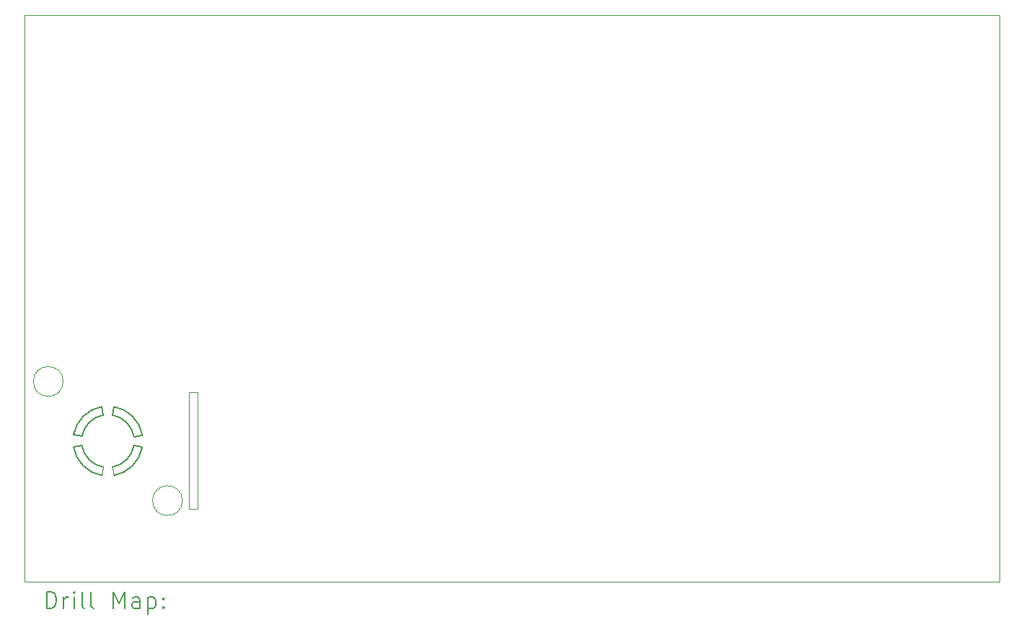
<source format=gbr>
%TF.GenerationSoftware,KiCad,Pcbnew,8.0.5-8.0.5-0~ubuntu24.04.1*%
%TF.CreationDate,2024-09-09T00:23:04+02:00*%
%TF.ProjectId,xMultislope-1v0,784d756c-7469-4736-9c6f-70652d317630,rev?*%
%TF.SameCoordinates,Original*%
%TF.FileFunction,Drillmap*%
%TF.FilePolarity,Positive*%
%FSLAX45Y45*%
G04 Gerber Fmt 4.5, Leading zero omitted, Abs format (unit mm)*
G04 Created by KiCad (PCBNEW 8.0.5-8.0.5-0~ubuntu24.04.1) date 2024-09-09 00:23:04*
%MOMM*%
%LPD*%
G01*
G04 APERTURE LIST*
%ADD10C,0.100000*%
%ADD11C,0.200000*%
G04 APERTURE END LIST*
D10*
X10756974Y-10308888D02*
X10739189Y-10407516D01*
D11*
X10739189Y-10407516D02*
G75*
G02*
X10407983Y-10074587I72761J403596D01*
G01*
X10408346Y-9931104D02*
G75*
G02*
X10741275Y-9599895I403624J-72786D01*
G01*
X10866974Y-9698888D02*
G75*
G02*
X11117252Y-9950465I-55004J-305002D01*
G01*
X11116974Y-10058888D02*
X11215601Y-10076673D01*
D10*
X10286961Y-9303896D02*
G75*
G02*
X9936961Y-9303896I-175000J0D01*
G01*
X9936961Y-9303896D02*
G75*
G02*
X10286961Y-9303896I175000J0D01*
G01*
D11*
X10506694Y-10057312D02*
X10407976Y-10074588D01*
X10506974Y-9948888D02*
X10408346Y-9931104D01*
X10884758Y-9600261D02*
G75*
G02*
X11215970Y-9933189I-72778J-403619D01*
G01*
D10*
X9836961Y-5002996D02*
X21276961Y-5002996D01*
X21276961Y-11653896D01*
X9836961Y-11653896D01*
X9836961Y-5002996D01*
X10865398Y-10309168D02*
X10882673Y-10407886D01*
D11*
X10866974Y-9698888D02*
X10884758Y-9600261D01*
D10*
X11686961Y-10703896D02*
G75*
G02*
X11336961Y-10703896I-175000J0D01*
G01*
X11336961Y-10703896D02*
G75*
G02*
X11686961Y-10703896I175000J0D01*
G01*
D11*
X10758550Y-9698608D02*
X10741274Y-9599891D01*
X11117254Y-9950464D02*
X11215971Y-9933189D01*
D10*
X11761961Y-9428896D02*
X11861961Y-9428896D01*
X11861961Y-10803896D01*
X11761961Y-10803896D01*
X11761961Y-9428896D01*
D11*
X11116974Y-10058888D02*
G75*
G02*
X10865398Y-10309173I-305004J54998D01*
G01*
X11215601Y-10076673D02*
G75*
G02*
X10882674Y-10407890I-403631J72783D01*
G01*
X10756974Y-10308888D02*
G75*
G02*
X10506692Y-10057313I54996J304998D01*
G01*
X10506974Y-9948888D02*
G75*
G02*
X10758550Y-9698613I304996J-55002D01*
G01*
X10092738Y-11970380D02*
X10092738Y-11770380D01*
X10092738Y-11770380D02*
X10140357Y-11770380D01*
X10140357Y-11770380D02*
X10168929Y-11779904D01*
X10168929Y-11779904D02*
X10187976Y-11798951D01*
X10187976Y-11798951D02*
X10197500Y-11817999D01*
X10197500Y-11817999D02*
X10207024Y-11856094D01*
X10207024Y-11856094D02*
X10207024Y-11884666D01*
X10207024Y-11884666D02*
X10197500Y-11922761D01*
X10197500Y-11922761D02*
X10187976Y-11941808D01*
X10187976Y-11941808D02*
X10168929Y-11960856D01*
X10168929Y-11960856D02*
X10140357Y-11970380D01*
X10140357Y-11970380D02*
X10092738Y-11970380D01*
X10292738Y-11970380D02*
X10292738Y-11837046D01*
X10292738Y-11875142D02*
X10302262Y-11856094D01*
X10302262Y-11856094D02*
X10311786Y-11846570D01*
X10311786Y-11846570D02*
X10330833Y-11837046D01*
X10330833Y-11837046D02*
X10349881Y-11837046D01*
X10416548Y-11970380D02*
X10416548Y-11837046D01*
X10416548Y-11770380D02*
X10407024Y-11779904D01*
X10407024Y-11779904D02*
X10416548Y-11789427D01*
X10416548Y-11789427D02*
X10426072Y-11779904D01*
X10426072Y-11779904D02*
X10416548Y-11770380D01*
X10416548Y-11770380D02*
X10416548Y-11789427D01*
X10540357Y-11970380D02*
X10521310Y-11960856D01*
X10521310Y-11960856D02*
X10511786Y-11941808D01*
X10511786Y-11941808D02*
X10511786Y-11770380D01*
X10645119Y-11970380D02*
X10626072Y-11960856D01*
X10626072Y-11960856D02*
X10616548Y-11941808D01*
X10616548Y-11941808D02*
X10616548Y-11770380D01*
X10873691Y-11970380D02*
X10873691Y-11770380D01*
X10873691Y-11770380D02*
X10940357Y-11913237D01*
X10940357Y-11913237D02*
X11007024Y-11770380D01*
X11007024Y-11770380D02*
X11007024Y-11970380D01*
X11187976Y-11970380D02*
X11187976Y-11865618D01*
X11187976Y-11865618D02*
X11178453Y-11846570D01*
X11178453Y-11846570D02*
X11159405Y-11837046D01*
X11159405Y-11837046D02*
X11121310Y-11837046D01*
X11121310Y-11837046D02*
X11102262Y-11846570D01*
X11187976Y-11960856D02*
X11168929Y-11970380D01*
X11168929Y-11970380D02*
X11121310Y-11970380D01*
X11121310Y-11970380D02*
X11102262Y-11960856D01*
X11102262Y-11960856D02*
X11092738Y-11941808D01*
X11092738Y-11941808D02*
X11092738Y-11922761D01*
X11092738Y-11922761D02*
X11102262Y-11903713D01*
X11102262Y-11903713D02*
X11121310Y-11894189D01*
X11121310Y-11894189D02*
X11168929Y-11894189D01*
X11168929Y-11894189D02*
X11187976Y-11884666D01*
X11283214Y-11837046D02*
X11283214Y-12037046D01*
X11283214Y-11846570D02*
X11302262Y-11837046D01*
X11302262Y-11837046D02*
X11340357Y-11837046D01*
X11340357Y-11837046D02*
X11359405Y-11846570D01*
X11359405Y-11846570D02*
X11368929Y-11856094D01*
X11368929Y-11856094D02*
X11378452Y-11875142D01*
X11378452Y-11875142D02*
X11378452Y-11932285D01*
X11378452Y-11932285D02*
X11368929Y-11951332D01*
X11368929Y-11951332D02*
X11359405Y-11960856D01*
X11359405Y-11960856D02*
X11340357Y-11970380D01*
X11340357Y-11970380D02*
X11302262Y-11970380D01*
X11302262Y-11970380D02*
X11283214Y-11960856D01*
X11464167Y-11951332D02*
X11473691Y-11960856D01*
X11473691Y-11960856D02*
X11464167Y-11970380D01*
X11464167Y-11970380D02*
X11454643Y-11960856D01*
X11454643Y-11960856D02*
X11464167Y-11951332D01*
X11464167Y-11951332D02*
X11464167Y-11970380D01*
X11464167Y-11846570D02*
X11473691Y-11856094D01*
X11473691Y-11856094D02*
X11464167Y-11865618D01*
X11464167Y-11865618D02*
X11454643Y-11856094D01*
X11454643Y-11856094D02*
X11464167Y-11846570D01*
X11464167Y-11846570D02*
X11464167Y-11865618D01*
M02*

</source>
